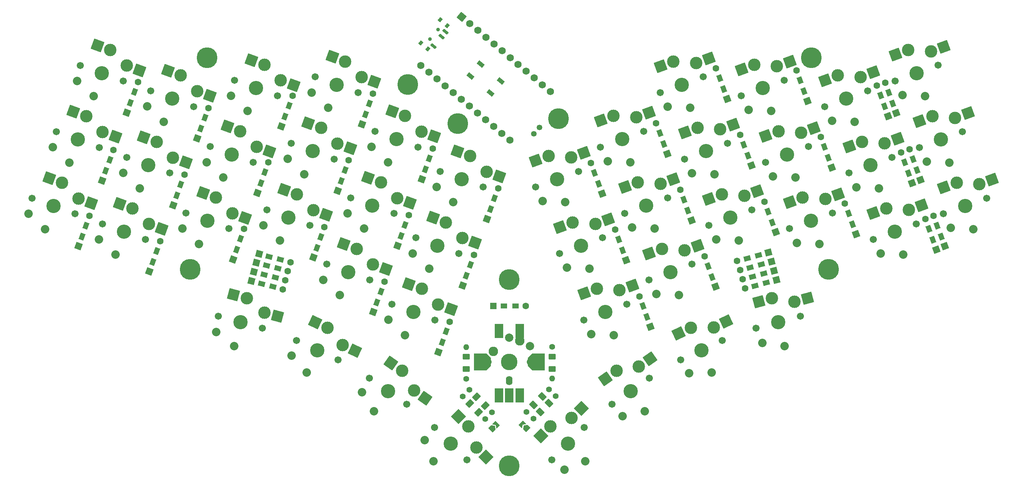
<source format=gbs>
G04 #@! TF.GenerationSoftware,KiCad,Pcbnew,(6.0.0)*
G04 #@! TF.CreationDate,2023-05-15T23:43:16+03:00*
G04 #@! TF.ProjectId,choctopus44,63686f63-746f-4707-9573-34342e6b6963,2.0*
G04 #@! TF.SameCoordinates,Original*
G04 #@! TF.FileFunction,Soldermask,Bot*
G04 #@! TF.FilePolarity,Negative*
%FSLAX46Y46*%
G04 Gerber Fmt 4.6, Leading zero omitted, Abs format (unit mm)*
G04 Created by KiCad (PCBNEW (6.0.0)) date 2023-05-15 23:43:16*
%MOMM*%
%LPD*%
G01*
G04 APERTURE LIST*
G04 Aperture macros list*
%AMRoundRect*
0 Rectangle with rounded corners*
0 $1 Rounding radius*
0 $2 $3 $4 $5 $6 $7 $8 $9 X,Y pos of 4 corners*
0 Add a 4 corners polygon primitive as box body*
4,1,4,$2,$3,$4,$5,$6,$7,$8,$9,$2,$3,0*
0 Add four circle primitives for the rounded corners*
1,1,$1+$1,$2,$3*
1,1,$1+$1,$4,$5*
1,1,$1+$1,$6,$7*
1,1,$1+$1,$8,$9*
0 Add four rect primitives between the rounded corners*
20,1,$1+$1,$2,$3,$4,$5,0*
20,1,$1+$1,$4,$5,$6,$7,0*
20,1,$1+$1,$6,$7,$8,$9,0*
20,1,$1+$1,$8,$9,$2,$3,0*%
%AMHorizOval*
0 Thick line with rounded ends*
0 $1 width*
0 $2 $3 position (X,Y) of the first rounded end (center of the circle)*
0 $4 $5 position (X,Y) of the second rounded end (center of the circle)*
0 Add line between two ends*
20,1,$1,$2,$3,$4,$5,0*
0 Add two circle primitives to create the rounded ends*
1,1,$1,$2,$3*
1,1,$1,$4,$5*%
%AMRotRect*
0 Rectangle, with rotation*
0 The origin of the aperture is its center*
0 $1 length*
0 $2 width*
0 $3 Rotation angle, in degrees counterclockwise*
0 Add horizontal line*
21,1,$1,$2,0,0,$3*%
%AMOutline5P*
0 Free polygon, 5 corners , with rotation*
0 The origin of the aperture is its center*
0 number of corners: always 5*
0 $1 to $10 corner X, Y*
0 $11 Rotation angle, in degrees counterclockwise*
0 create outline with 5 corners*
4,1,5,$1,$2,$3,$4,$5,$6,$7,$8,$9,$10,$1,$2,$11*%
%AMOutline6P*
0 Free polygon, 6 corners , with rotation*
0 The origin of the aperture is its center*
0 number of corners: always 6*
0 $1 to $12 corner X, Y*
0 $13 Rotation angle, in degrees counterclockwise*
0 create outline with 6 corners*
4,1,6,$1,$2,$3,$4,$5,$6,$7,$8,$9,$10,$11,$12,$1,$2,$13*%
%AMOutline7P*
0 Free polygon, 7 corners , with rotation*
0 The origin of the aperture is its center*
0 number of corners: always 7*
0 $1 to $14 corner X, Y*
0 $15 Rotation angle, in degrees counterclockwise*
0 create outline with 7 corners*
4,1,7,$1,$2,$3,$4,$5,$6,$7,$8,$9,$10,$11,$12,$13,$14,$1,$2,$15*%
%AMOutline8P*
0 Free polygon, 8 corners , with rotation*
0 The origin of the aperture is its center*
0 number of corners: always 8*
0 $1 to $16 corner X, Y*
0 $17 Rotation angle, in degrees counterclockwise*
0 create outline with 8 corners*
4,1,8,$1,$2,$3,$4,$5,$6,$7,$8,$9,$10,$11,$12,$13,$14,$15,$16,$1,$2,$17*%
%AMFreePoly0*
4,1,6,1.000000,0.000000,0.499999,-0.750000,-0.499999,-0.750000,-0.499999,0.750000,0.499999,0.750000,1.000000,0.000000,1.000000,0.000000,$1*%
%AMFreePoly1*
4,1,6,0.499999,-0.750000,-0.649999,-0.750000,-0.150000,0.000000,-0.649999,0.750000,0.499999,0.750000,0.499999,-0.750000,0.499999,-0.750000,$1*%
G04 Aperture macros list end*
%ADD10C,5.000000*%
%ADD11C,1.701800*%
%ADD12C,3.000000*%
%ADD13C,3.429000*%
%ADD14RotRect,2.600000X2.600000X345.000000*%
%ADD15C,2.032000*%
%ADD16RotRect,2.600000X2.600000X335.000000*%
%ADD17RotRect,2.600000X2.600000X325.000000*%
%ADD18RotRect,2.600000X2.600000X35.000000*%
%ADD19RotRect,2.600000X2.600000X25.000000*%
%ADD20RotRect,2.600000X2.600000X45.000000*%
%ADD21RotRect,1.600000X1.200000X250.000000*%
%ADD22RotRect,1.600000X1.600000X250.000000*%
%ADD23C,1.600000*%
%ADD24RotRect,1.600000X1.600000X290.000000*%
%ADD25RotRect,1.600000X1.200000X290.000000*%
%ADD26RotRect,1.600000X1.600000X165.000000*%
%ADD27RotRect,1.600000X1.200000X165.000000*%
%ADD28RotRect,1.600000X1.600000X15.000000*%
%ADD29RotRect,1.600000X1.200000X15.000000*%
%ADD30RotRect,2.600000X2.600000X15.000000*%
%ADD31R,1.600000X1.200000*%
%ADD32R,1.600000X1.600000*%
%ADD33RotRect,2.600000X2.600000X315.000000*%
%ADD34C,1.350000*%
%ADD35HorizOval,1.350000X0.000000X0.000000X0.000000X0.000000X0*%
%ADD36RotRect,2.600000X2.600000X340.000000*%
%ADD37RotRect,2.600000X2.600000X20.000000*%
%ADD38Outline6P,-2.000000X2.000000X2.000000X2.000000X2.000000X-1.000000X1.000000X-2.000000X-1.000000X-2.000000X-2.000000X-1.000000X90.000000*%
%ADD39Outline6P,-2.000000X1.000000X-1.000000X2.000000X1.000000X2.000000X2.000000X1.000000X2.000000X-2.000000X-2.000000X-2.000000X90.000000*%
%ADD40C,3.987800*%
%ADD41O,1.600000X2.200000*%
%ADD42R,2.000000X3.500000*%
%ADD43C,2.286000*%
%ADD44C,2.000000*%
%ADD45RotRect,1.700000X1.000000X320.000000*%
%ADD46RotRect,1.000000X0.800000X50.000000*%
%ADD47C,0.900000*%
%ADD48RotRect,0.700000X1.500000X50.000000*%
%ADD49RotRect,1.752600X1.752600X320.000000*%
%ADD50C,1.752600*%
%ADD51FreePoly0,45.000000*%
%ADD52FreePoly1,45.000000*%
%ADD53C,1.400000*%
%ADD54RoundRect,0.250001X-0.768977X-0.114905X-0.114905X-0.768977X0.768977X0.114905X0.114905X0.768977X0*%
%ADD55HorizOval,1.400000X0.000000X0.000000X0.000000X0.000000X0*%
%ADD56FreePoly0,135.000000*%
%ADD57FreePoly1,135.000000*%
%ADD58RoundRect,0.250001X-0.624999X0.462499X-0.624999X-0.462499X0.624999X-0.462499X0.624999X0.462499X0*%
%ADD59O,1.400000X1.400000*%
%ADD60RoundRect,0.250001X0.624999X-0.462499X0.624999X0.462499X-0.624999X0.462499X-0.624999X-0.462499X0*%
%ADD61RoundRect,0.250001X-0.114905X0.768977X-0.768977X0.114905X0.114905X-0.768977X0.768977X-0.114905X0*%
%ADD62HorizOval,1.400000X0.000000X0.000000X0.000000X0.000000X0*%
%ADD63RoundRect,0.250001X0.114905X-0.768977X0.768977X-0.114905X-0.114905X0.768977X-0.768977X0.114905X0*%
%ADD64HorizOval,1.400000X0.000000X0.000000X0.000000X0.000000X0*%
G04 APERTURE END LIST*
D10*
X144660000Y-154500000D03*
D11*
X74683419Y-118509998D03*
D12*
X81535984Y-114186244D03*
X85796212Y-117605376D03*
D11*
X85308603Y-121357008D03*
D13*
X79996011Y-119933503D03*
D14*
X78372577Y-113338612D03*
D15*
X78468979Y-125632465D03*
X74182869Y-122309926D03*
D14*
X88959619Y-118453009D03*
D13*
X98457334Y-126665490D03*
D11*
X103442027Y-128989890D03*
D12*
X100971913Y-121272959D03*
D11*
X93472641Y-124341090D03*
D12*
X104573691Y-125379927D03*
D15*
X95963886Y-132012706D03*
D16*
X98003755Y-119888884D03*
X107541849Y-126764002D03*
D15*
X92319846Y-127996368D03*
D12*
X121730550Y-136304805D03*
D13*
X115483878Y-136508743D03*
D11*
X110978542Y-133354073D03*
D12*
X118896658Y-131634788D03*
D11*
X119989214Y-139663413D03*
D17*
X116213935Y-129756326D03*
D15*
X112099777Y-141341740D03*
D17*
X124413273Y-138183268D03*
D15*
X109208527Y-136753639D03*
D11*
X178334292Y-133355136D03*
D12*
X175773805Y-130570104D03*
D11*
X169323620Y-139664476D03*
D12*
X170416176Y-131635851D03*
D13*
X173828956Y-136509806D03*
D15*
X177213057Y-141342803D03*
D18*
X167733453Y-133514314D03*
D15*
X171912786Y-142490466D03*
D18*
X178456528Y-128691641D03*
D12*
X193808290Y-121154276D03*
D13*
X190861570Y-126666022D03*
D11*
X195846263Y-124341622D03*
X185876877Y-128990422D03*
D12*
X188346991Y-121273491D03*
D15*
X193355018Y-132013238D03*
D19*
X185378833Y-122657565D03*
D15*
X187935980Y-132223083D03*
D19*
X196776448Y-119770202D03*
D12*
X159640505Y-142969124D03*
X154549337Y-144949023D03*
D11*
X162645709Y-145267221D03*
D13*
X158756622Y-149156308D03*
D11*
X154867535Y-153045395D03*
D20*
X152233562Y-147264797D03*
D15*
X162928552Y-153328238D03*
X157908094Y-155378848D03*
D20*
X161956280Y-140653349D03*
D21*
X53549402Y-67169196D03*
D22*
X52694351Y-69518427D03*
D23*
X55362109Y-62188825D03*
D21*
X54507058Y-64538056D03*
X70487386Y-73384877D03*
D22*
X69632335Y-75734108D03*
D21*
X71445042Y-70753737D03*
D23*
X72300093Y-68404506D03*
D21*
X90733549Y-70456091D03*
D22*
X89878498Y-72805322D03*
D21*
X91691205Y-67824951D03*
D23*
X92546256Y-65475720D03*
D21*
X110066808Y-69957705D03*
D22*
X109211757Y-72306936D03*
D23*
X111879515Y-64977334D03*
D21*
X111024464Y-67326565D03*
X140155409Y-92736598D03*
D22*
X139300358Y-95085829D03*
D21*
X141113065Y-90105458D03*
D23*
X141968116Y-87756227D03*
D21*
X47633857Y-83502885D03*
D22*
X46778806Y-85852116D03*
D21*
X48591513Y-80871745D03*
D23*
X49446564Y-78522514D03*
D21*
X64721172Y-89415570D03*
D22*
X63866121Y-91764801D03*
D21*
X65678828Y-86784430D03*
D23*
X66533879Y-84435199D03*
D21*
X84916286Y-86459055D03*
D22*
X84061235Y-88808286D03*
D23*
X86728993Y-81478684D03*
D21*
X85873942Y-83827915D03*
D22*
X103389285Y-88339444D03*
D21*
X104244336Y-85990213D03*
D23*
X106057043Y-81009842D03*
D21*
X105201992Y-83359073D03*
D22*
X133471510Y-111096904D03*
D21*
X134326561Y-108747673D03*
X135284217Y-106116533D03*
D23*
X136139268Y-103767302D03*
D21*
X41921172Y-99315570D03*
D22*
X41066121Y-101664801D03*
D21*
X42878828Y-96684430D03*
D23*
X43733879Y-94335199D03*
D21*
X58921172Y-105415570D03*
D22*
X58066121Y-107764801D03*
D21*
X59878828Y-102784430D03*
D23*
X60733879Y-100435199D03*
D22*
X78228915Y-104839058D03*
D21*
X79083966Y-102489827D03*
D23*
X80896673Y-97509456D03*
D21*
X80041622Y-99858687D03*
D22*
X97549930Y-104379129D03*
D21*
X98404981Y-102029898D03*
D23*
X100217688Y-97049527D03*
D21*
X99362637Y-99398758D03*
X128505826Y-124770334D03*
D22*
X127650775Y-127119565D03*
D23*
X130318533Y-119789963D03*
D21*
X129463482Y-122139194D03*
D24*
X166952738Y-88987158D03*
D25*
X166097687Y-86637927D03*
X165140031Y-84006787D03*
D23*
X164284980Y-81657556D03*
D25*
X181792416Y-77057010D03*
D24*
X182647467Y-79406241D03*
D25*
X180834760Y-74425870D03*
D23*
X179979709Y-72076639D03*
D25*
X215519547Y-64357420D03*
D24*
X216374598Y-66706651D03*
D23*
X213706840Y-59377049D03*
D25*
X214561891Y-61726280D03*
D24*
X235733879Y-70364801D03*
D25*
X234878828Y-68015570D03*
X233921172Y-65384430D03*
D23*
X233066121Y-63035199D03*
D25*
X236866143Y-67302885D03*
D24*
X237721194Y-69652116D03*
D25*
X235908487Y-64671745D03*
D23*
X235053436Y-62322514D03*
D24*
X172781584Y-104998233D03*
D25*
X171926533Y-102649002D03*
D23*
X170113826Y-97668631D03*
D25*
X170968877Y-100017862D03*
X187599830Y-93061710D03*
D24*
X188454881Y-95410941D03*
D23*
X185787123Y-88081339D03*
D25*
X186642174Y-90430570D03*
D24*
X222191860Y-82709615D03*
D25*
X221336809Y-80360384D03*
X220379153Y-77729244D03*
D23*
X219524102Y-75380013D03*
D24*
X241521194Y-86452116D03*
D25*
X240666143Y-84102885D03*
D23*
X238853436Y-79122514D03*
D25*
X239708487Y-81471745D03*
D24*
X243527129Y-85701501D03*
D25*
X242672078Y-83352270D03*
X241714422Y-80721130D03*
D23*
X240859371Y-78371899D03*
D24*
X178606410Y-121025080D03*
D25*
X177751359Y-118675849D03*
D23*
X175938652Y-113695478D03*
D25*
X176793703Y-116044709D03*
X193413620Y-109044978D03*
D24*
X194268671Y-111394209D03*
D25*
X192455964Y-106413838D03*
D23*
X191600913Y-104064607D03*
D25*
X227169129Y-96391156D03*
D24*
X228024180Y-98740387D03*
D25*
X226211473Y-93760016D03*
D23*
X225356422Y-91410785D03*
D24*
X247333879Y-102464801D03*
D25*
X246478828Y-100115570D03*
X245521172Y-97484430D03*
D23*
X244666121Y-95135199D03*
D24*
X249333879Y-101664801D03*
D25*
X248478828Y-99315570D03*
D23*
X246666121Y-94335199D03*
D25*
X247521172Y-96684430D03*
D26*
X82680593Y-110028259D03*
D27*
X85095408Y-110675306D03*
D23*
X90214815Y-112047047D03*
D27*
X87800000Y-111400000D03*
D26*
X83280593Y-107828259D03*
D27*
X85695408Y-108475306D03*
X88400000Y-109200000D03*
D23*
X90814815Y-109847047D03*
D27*
X86295408Y-106275306D03*
D26*
X83880593Y-105628259D03*
D27*
X89000000Y-107000000D03*
D23*
X91414815Y-107647047D03*
D28*
X206967111Y-103190606D03*
D29*
X204552296Y-103837653D03*
D23*
X199432889Y-105209394D03*
D29*
X201847704Y-104562347D03*
X205252296Y-106037653D03*
D28*
X207667111Y-105390606D03*
D23*
X200132889Y-107409394D03*
D29*
X202547704Y-106762347D03*
D21*
X112839474Y-115143649D03*
D22*
X111984423Y-117492880D03*
D23*
X114652181Y-110163278D03*
D21*
X113797130Y-112512509D03*
X124460679Y-83155681D03*
D22*
X123605628Y-85504912D03*
D23*
X126273386Y-78175310D03*
D21*
X125418335Y-80524541D03*
D22*
X117798213Y-101509612D03*
D21*
X118653264Y-99160381D03*
D23*
X120465971Y-94180010D03*
D21*
X119610920Y-96529241D03*
D10*
X144660000Y-109680000D03*
D24*
X208697866Y-98281393D03*
D25*
X207842815Y-95932162D03*
X206885159Y-93301022D03*
D23*
X206030108Y-90951791D03*
D25*
X202008759Y-79891542D03*
D24*
X202863810Y-82240773D03*
D23*
X200196052Y-74911171D03*
D25*
X201051103Y-77260402D03*
X196186287Y-63859034D03*
D24*
X197041338Y-66208265D03*
D23*
X194373580Y-58878663D03*
D25*
X195228631Y-61227894D03*
D12*
X213185301Y-115017425D03*
X207786270Y-114186483D03*
D11*
X204013651Y-121357247D03*
X214638835Y-118510237D03*
D13*
X209326243Y-119933742D03*
D15*
X210853275Y-125632704D03*
D30*
X204622863Y-115034116D03*
X216348708Y-114169793D03*
D15*
X205480126Y-124898355D03*
D29*
X205852296Y-108237653D03*
D28*
X208267111Y-107590606D03*
D29*
X203147704Y-108962347D03*
D23*
X200732889Y-109609394D03*
D28*
X208867111Y-109790606D03*
D29*
X206452296Y-110437653D03*
X203747704Y-111162347D03*
D23*
X201332889Y-111809394D03*
D31*
X143350000Y-116000000D03*
D32*
X140850000Y-116000000D03*
D31*
X146150000Y-116000000D03*
D23*
X148650000Y-116000000D03*
D12*
X136749816Y-150039690D03*
X134769917Y-144948522D03*
D13*
X130562632Y-149155807D03*
D11*
X134451719Y-153044894D03*
X126673545Y-145266720D03*
D15*
X126390702Y-153327737D03*
D33*
X132454143Y-142632747D03*
X139065591Y-152355465D03*
D15*
X124340092Y-148307279D03*
D27*
X86895408Y-104137653D03*
D26*
X84480593Y-103490606D03*
D27*
X89600000Y-104862347D03*
D23*
X92014815Y-105509394D03*
D10*
X217300000Y-56300000D03*
X72020000Y-56300000D03*
D34*
X151885575Y-73067911D03*
D35*
X150600000Y-74600000D03*
D12*
X93570018Y-89176342D03*
D13*
X91534998Y-94767513D03*
D11*
X86366689Y-92886402D03*
D12*
X97516037Y-92953766D03*
D11*
X96703307Y-96648624D03*
D15*
X89517079Y-100311699D03*
D36*
X90492525Y-88056226D03*
X100593530Y-94073882D03*
D15*
X85536858Y-96628244D03*
D13*
X57810517Y-82168965D03*
D12*
X63791556Y-80355218D03*
X59845537Y-76577794D03*
D11*
X62978826Y-84050076D03*
X52642208Y-80287854D03*
D36*
X56768044Y-75457678D03*
D15*
X55792598Y-87713151D03*
X51812377Y-84029696D03*
D36*
X66869049Y-81475334D03*
D13*
X254236541Y-91981441D03*
D11*
X259404850Y-90100330D03*
D12*
X257652429Y-86747493D03*
X252201521Y-86390270D03*
D11*
X249068232Y-93862552D03*
D37*
X249124028Y-87510386D03*
D15*
X256254460Y-97525627D03*
X250837754Y-97262374D03*
D37*
X260729922Y-85627377D03*
D13*
X35081289Y-91987684D03*
D11*
X40249598Y-93868795D03*
X29912980Y-90106573D03*
D12*
X37116309Y-86396513D03*
X41062328Y-90173937D03*
D15*
X33063370Y-97531870D03*
D36*
X34038816Y-85276397D03*
D15*
X29083149Y-93848415D03*
D36*
X44139821Y-91294053D03*
D12*
X234925594Y-76935352D03*
D11*
X226341397Y-84050411D03*
D12*
X229474686Y-76578129D03*
D11*
X236678015Y-80288189D03*
D13*
X231509706Y-82169300D03*
D15*
X233527625Y-87713486D03*
D37*
X226397193Y-77698245D03*
D15*
X228110919Y-87450233D03*
D37*
X238003087Y-75815236D03*
D11*
X216579363Y-77696344D03*
D13*
X211411054Y-79577455D03*
D12*
X209376034Y-73986284D03*
X214826942Y-74343507D03*
D11*
X206242745Y-81458566D03*
D37*
X206298541Y-75106400D03*
D15*
X213428973Y-85121641D03*
X208012267Y-84858388D03*
D37*
X217904435Y-73223391D03*
D11*
X77263136Y-97433005D03*
D13*
X72094827Y-95551894D03*
D12*
X78075866Y-93738147D03*
D11*
X66926518Y-93670783D03*
D12*
X74129847Y-89960723D03*
D15*
X70076908Y-101096080D03*
D36*
X71052354Y-88840607D03*
D15*
X66096687Y-97412625D03*
D36*
X81153359Y-94858263D03*
D11*
X46063941Y-77894020D03*
D12*
X42930652Y-70421738D03*
D11*
X35727323Y-74131798D03*
D12*
X46876671Y-74199162D03*
D13*
X40895632Y-76012909D03*
D36*
X39853159Y-69301622D03*
D15*
X38877713Y-81557095D03*
D36*
X49954164Y-75319278D03*
D15*
X34897492Y-77873640D03*
D11*
X182750744Y-90008954D03*
D13*
X177582435Y-91890065D03*
D11*
X172414126Y-93771176D03*
D12*
X180998323Y-86656117D03*
X175547415Y-86298894D03*
D15*
X179600354Y-97434251D03*
D37*
X172469922Y-87419010D03*
D15*
X174183648Y-97170998D03*
D37*
X184075816Y-85536001D03*
D12*
X246023744Y-54797944D03*
X240572836Y-54440721D03*
D11*
X247776165Y-58150781D03*
X237439547Y-61913003D03*
D13*
X242607856Y-60031892D03*
D37*
X237495343Y-55560837D03*
D15*
X244625775Y-65576078D03*
D37*
X249101237Y-53677828D03*
D15*
X239209069Y-65312825D03*
D13*
X161929240Y-101511962D03*
D11*
X156760931Y-103393073D03*
D12*
X159894220Y-95920791D03*
D11*
X167097549Y-99630851D03*
D12*
X165345128Y-96278014D03*
D15*
X163947159Y-107056148D03*
D37*
X156816727Y-97040907D03*
X168422621Y-95157898D03*
D15*
X158530453Y-106792895D03*
D12*
X165708563Y-111895565D03*
D11*
X162575274Y-119367847D03*
D13*
X167743583Y-117486736D03*
D11*
X172911892Y-115605625D03*
D12*
X171159471Y-112252788D03*
D15*
X169761502Y-123030922D03*
D37*
X162631070Y-113015681D03*
D15*
X164344796Y-122767669D03*
D37*
X174236964Y-111132672D03*
D11*
X100755137Y-105983394D03*
D13*
X105923446Y-107864505D03*
D11*
X111091755Y-109745616D03*
D12*
X111904485Y-106050758D03*
X107958466Y-102273334D03*
D15*
X103905527Y-113408691D03*
D36*
X104880973Y-101153218D03*
X114981978Y-107170874D03*
D15*
X99925306Y-109725236D03*
D10*
X221400000Y-107200000D03*
D12*
X83890208Y-77763373D03*
D11*
X72740860Y-77696009D03*
D12*
X79944189Y-73985949D03*
D11*
X83077478Y-81458231D03*
D13*
X77909169Y-79577120D03*
D36*
X76866696Y-72865833D03*
D15*
X75891250Y-85121306D03*
D36*
X86967701Y-78883489D03*
D15*
X71911029Y-81437851D03*
D13*
X97349340Y-78792739D03*
D12*
X99384360Y-73201568D03*
D11*
X102517649Y-80673850D03*
D12*
X103330379Y-76978992D03*
D11*
X92181031Y-76911628D03*
D36*
X96306867Y-72081452D03*
D15*
X95331421Y-84336925D03*
D36*
X106407872Y-78099108D03*
D15*
X91351200Y-80653470D03*
D11*
X122222674Y-99630517D03*
D12*
X129426003Y-95920457D03*
D11*
X132559292Y-103392739D03*
D13*
X127390983Y-101511628D03*
D12*
X133372022Y-99697881D03*
D15*
X125373064Y-107055814D03*
D36*
X126348510Y-94800341D03*
X136449515Y-100817997D03*
D15*
X121392843Y-103372359D03*
D13*
X103163682Y-62817964D03*
D12*
X109144721Y-61004217D03*
D11*
X97995373Y-60936853D03*
D12*
X105198702Y-57226793D03*
D11*
X108331991Y-64699075D03*
D15*
X101145763Y-68362150D03*
D36*
X102121209Y-56106677D03*
D15*
X97165542Y-64678695D03*
D36*
X112222214Y-62124333D03*
D11*
X41541665Y-58157024D03*
D13*
X46709974Y-60038135D03*
D12*
X48744994Y-54446964D03*
X52691013Y-58224388D03*
D11*
X51878283Y-61919246D03*
D36*
X45667501Y-53326848D03*
D15*
X44692055Y-65582321D03*
D36*
X55768506Y-59344504D03*
D15*
X40711834Y-61898866D03*
D11*
X112383822Y-74033845D03*
X122720440Y-77796067D03*
D13*
X117552131Y-75914956D03*
D12*
X123533170Y-74101209D03*
X119587151Y-70323785D03*
D36*
X116509658Y-69203669D03*
D15*
X115534212Y-81459142D03*
X111553991Y-77775687D03*
D36*
X126610663Y-75221325D03*
D12*
X220641284Y-90318282D03*
X215190376Y-89961059D03*
D11*
X212057087Y-97433341D03*
X222393705Y-93671119D03*
D13*
X217225396Y-95552230D03*
D37*
X212112883Y-91081175D03*
D15*
X219243315Y-101096416D03*
X213826609Y-100833163D03*
D37*
X223718777Y-89198166D03*
D12*
X181361758Y-102273669D03*
X186812666Y-102630892D03*
D13*
X183396778Y-107864840D03*
D11*
X178228469Y-109745951D03*
X188565087Y-105983729D03*
D15*
X185414697Y-113409026D03*
D37*
X178284265Y-103393785D03*
D15*
X179997991Y-113145773D03*
D37*
X189890159Y-101510776D03*
D12*
X189571830Y-57583576D03*
D11*
X191324251Y-60936413D03*
X180987633Y-64698635D03*
D13*
X186155942Y-62817524D03*
D12*
X184120922Y-57226353D03*
D15*
X188173861Y-68361710D03*
D37*
X181043429Y-58346469D03*
X192649323Y-56463460D03*
D15*
X182757155Y-68098457D03*
D12*
X85758532Y-58011174D03*
X89704551Y-61788598D03*
D11*
X78555203Y-61721234D03*
X88891821Y-65483456D03*
D13*
X83723512Y-63602345D03*
D15*
X81705593Y-69146531D03*
D36*
X82681039Y-56891058D03*
D15*
X77725372Y-65463076D03*
D36*
X92782044Y-62908714D03*
D11*
X230863672Y-64313414D03*
X220527054Y-68075636D03*
D12*
X229111251Y-60960577D03*
X223660343Y-60603354D03*
D13*
X225695363Y-66194525D03*
D15*
X227713282Y-71738711D03*
D37*
X220582850Y-61723470D03*
X232188744Y-59840461D03*
D15*
X222296576Y-71475458D03*
D10*
X156500000Y-71000000D03*
D38*
X138160000Y-129500000D03*
D39*
X151160000Y-129500000D03*
D11*
X149740000Y-129500000D03*
X139580000Y-129500000D03*
D40*
X144660000Y-129500000D03*
D41*
X144660000Y-134000000D03*
D42*
X142160000Y-137500000D03*
X147160000Y-137500000D03*
X144660000Y-137500000D03*
D43*
X147200000Y-124420000D03*
D44*
X149660000Y-125700000D03*
D42*
X147160000Y-122000000D03*
D43*
X140850000Y-126960000D03*
D44*
X144660000Y-123600000D03*
D42*
X142160000Y-122000000D03*
D12*
X201200515Y-89533125D03*
D11*
X192616318Y-96648184D03*
D12*
X195749607Y-89175902D03*
D11*
X202952936Y-92885962D03*
D13*
X197784627Y-94767073D03*
D15*
X199802546Y-100311259D03*
D37*
X192672114Y-90296018D03*
D15*
X194385840Y-100048006D03*
D37*
X204278008Y-88413009D03*
D12*
X123611661Y-111895231D03*
D13*
X121576641Y-117486402D03*
D12*
X127557680Y-115672655D03*
D11*
X116408332Y-115605291D03*
X126744950Y-119367513D03*
D15*
X119558722Y-123030588D03*
D36*
X120534168Y-110775115D03*
D15*
X115578501Y-119347133D03*
D36*
X130635173Y-116792771D03*
D12*
X117718828Y-90075983D03*
D13*
X111737789Y-91889730D03*
D11*
X106569480Y-90008619D03*
X116906098Y-93770841D03*
D12*
X113772809Y-86298559D03*
D36*
X110695316Y-85178443D03*
D15*
X109719870Y-97433916D03*
D36*
X120796321Y-91196099D03*
D15*
X105739649Y-93750461D03*
D12*
X251838086Y-70772718D03*
D11*
X253590507Y-74125555D03*
D12*
X246387178Y-70415495D03*
D11*
X243253889Y-77887777D03*
D13*
X248422198Y-76006666D03*
D37*
X243309685Y-71535611D03*
D15*
X250440117Y-81550852D03*
D37*
X254915579Y-69652602D03*
D15*
X245023411Y-81287599D03*
D11*
X57164483Y-100024851D03*
D12*
X54031194Y-92552569D03*
X57977213Y-96329993D03*
D11*
X46827865Y-96262629D03*
D13*
X51996174Y-98143740D03*
D15*
X49978255Y-103687926D03*
D36*
X50953701Y-91432453D03*
D15*
X45998034Y-100004471D03*
D36*
X61054706Y-97450109D03*
D12*
X175183981Y-70681343D03*
D13*
X171768093Y-75915291D03*
D12*
X169733073Y-70324120D03*
D11*
X166599784Y-77796402D03*
X176936402Y-74034180D03*
D37*
X166655580Y-71444236D03*
D15*
X173786012Y-81459477D03*
D37*
X178261474Y-69561227D03*
D15*
X168369306Y-81196224D03*
D12*
X135240346Y-79945682D03*
D11*
X138373635Y-87417964D03*
D12*
X139186365Y-83723106D03*
D13*
X133205326Y-85536853D03*
D11*
X128037017Y-83655742D03*
D15*
X131187407Y-91081039D03*
D36*
X132162853Y-78825566D03*
D15*
X127207186Y-87397584D03*
D36*
X142263858Y-84843222D03*
D13*
X63624859Y-66194191D03*
D12*
X69605898Y-64380444D03*
D11*
X68793168Y-68075302D03*
D12*
X65659879Y-60603020D03*
D11*
X58456550Y-64313080D03*
D36*
X62582386Y-59482904D03*
D15*
X61606940Y-71738377D03*
X57626719Y-68054922D03*
D36*
X72683391Y-65500560D03*
D12*
X189935264Y-73201127D03*
D11*
X197138593Y-76911187D03*
D12*
X195386172Y-73558350D03*
D11*
X186801975Y-80673409D03*
D13*
X191970284Y-78792298D03*
D37*
X186857771Y-74321243D03*
D15*
X193988203Y-84336484D03*
D37*
X198463665Y-72438234D03*
D15*
X188571497Y-84073231D03*
D12*
X240739936Y-92910126D03*
D11*
X242492357Y-96262963D03*
D13*
X237324048Y-98144074D03*
D12*
X235289028Y-92552903D03*
D11*
X232155739Y-100025185D03*
D37*
X232211535Y-93673019D03*
D15*
X239341967Y-103688260D03*
X233925261Y-103425007D03*
D37*
X243817429Y-91790010D03*
D10*
X120250000Y-62750000D03*
X132300000Y-72200000D03*
D12*
X203561691Y-58011510D03*
X209012599Y-58368733D03*
D11*
X210765020Y-61721570D03*
D13*
X205596711Y-63602681D03*
D11*
X200428402Y-65483792D03*
D37*
X200484198Y-59131626D03*
D15*
X207614630Y-69146867D03*
X202197924Y-68883614D03*
D37*
X212090092Y-57248617D03*
D11*
X150946589Y-87418298D03*
D12*
X159530786Y-80303239D03*
D13*
X156114898Y-85537187D03*
D11*
X161283207Y-83656076D03*
D12*
X154079878Y-79946016D03*
D15*
X158132817Y-91081373D03*
D37*
X151002385Y-81066132D03*
D15*
X152716111Y-90818120D03*
D37*
X162608279Y-79183123D03*
D45*
X135338541Y-60747044D03*
X140164621Y-64796606D03*
X137781133Y-57836076D03*
X142607213Y-61885638D03*
D46*
X125051340Y-54201851D03*
X123358382Y-52781290D03*
D47*
X127511387Y-49543227D03*
D46*
X128050731Y-47189166D03*
X129743689Y-48609726D03*
D47*
X125583024Y-51841361D03*
D48*
X126449171Y-53547200D03*
X128377534Y-51249067D03*
X129341716Y-50100000D03*
D49*
X133169278Y-46499339D03*
D50*
X135115031Y-48132020D03*
X137060783Y-49764700D03*
X139006536Y-51397381D03*
X140952289Y-53030062D03*
X142898042Y-54662742D03*
X144843795Y-56295423D03*
X146789548Y-57928103D03*
X148735301Y-59560784D03*
X150681054Y-61193464D03*
X152626807Y-62826145D03*
X154572559Y-64458825D03*
X144776476Y-76133343D03*
X142830723Y-74500662D03*
X140884971Y-72867982D03*
X138939218Y-71235301D03*
X136993465Y-69602620D03*
X135047712Y-67969940D03*
X133101959Y-66337259D03*
X131156206Y-64704579D03*
X129210453Y-63071898D03*
X127264700Y-61439218D03*
X125318947Y-59806537D03*
X123373195Y-58173857D03*
D51*
X140465381Y-145559619D03*
D52*
X141490685Y-144534315D03*
D53*
X133488058Y-137806452D03*
D54*
X135134657Y-139458059D03*
X137238299Y-141561701D03*
D55*
X138876212Y-143194606D03*
D56*
X148825304Y-145500000D03*
D57*
X147800000Y-144474696D03*
D53*
X155003541Y-125880317D03*
D58*
X155000000Y-128212500D03*
X155000000Y-131187500D03*
D59*
X155003541Y-133500317D03*
D53*
X134296459Y-133519683D03*
D60*
X134300000Y-131187500D03*
X134300000Y-128212500D03*
D59*
X134296459Y-125899683D03*
D53*
X135101580Y-136196572D03*
D54*
X136748179Y-137848179D03*
X138851821Y-139951821D03*
D55*
X140489734Y-141584726D03*
D53*
X155829774Y-137727926D03*
D61*
X154178167Y-139374525D03*
X152074525Y-141478167D03*
D62*
X150441620Y-143116080D03*
D63*
X150448179Y-139851821D03*
D53*
X148796572Y-141498420D03*
D63*
X152551821Y-137748179D03*
D64*
X154184726Y-136110266D03*
D10*
X67920000Y-107200000D03*
M02*

</source>
